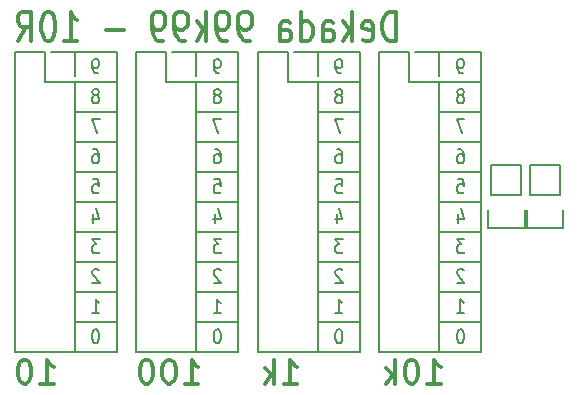
<source format=gbo>
G04 #@! TF.FileFunction,Legend,Bot*
%FSLAX46Y46*%
G04 Gerber Fmt 4.6, Leading zero omitted, Abs format (unit mm)*
G04 Created by KiCad (PCBNEW (2016-10-28 revision 192d4b8)-makepkg) date 11/16/16 20:27:21*
%MOMM*%
%LPD*%
G01*
G04 APERTURE LIST*
%ADD10C,0.150000*%
%ADD11C,0.180000*%
%ADD12C,0.350000*%
%ADD13O,2.000000X2.000000*%
%ADD14R,2.000000X2.000000*%
%ADD15R,2.032000X2.032000*%
%ADD16O,2.032000X2.032000*%
G04 APERTURE END LIST*
D10*
D11*
X38426467Y-17725532D02*
X38426467Y-18525532D01*
X38664563Y-17268389D02*
X38902658Y-18125532D01*
X38283610Y-18125532D01*
D10*
X40394944Y-14172675D02*
X36838944Y-14172675D01*
D11*
X38378848Y-14785532D02*
X38855039Y-14785532D01*
X38902658Y-15356960D01*
X38855039Y-15299817D01*
X38759801Y-15242675D01*
X38521705Y-15242675D01*
X38426467Y-15299817D01*
X38378848Y-15356960D01*
X38331229Y-15471246D01*
X38331229Y-15756960D01*
X38378848Y-15871246D01*
X38426467Y-15928389D01*
X38521705Y-15985532D01*
X38759801Y-15985532D01*
X38855039Y-15928389D01*
X38902658Y-15871246D01*
X38426467Y-12245532D02*
X38616944Y-12245532D01*
X38712182Y-12302675D01*
X38759801Y-12359817D01*
X38855039Y-12531246D01*
X38902658Y-12759817D01*
X38902658Y-13216960D01*
X38855039Y-13331246D01*
X38807420Y-13388389D01*
X38712182Y-13445532D01*
X38521705Y-13445532D01*
X38426467Y-13388389D01*
X38378848Y-13331246D01*
X38331229Y-13216960D01*
X38331229Y-12931246D01*
X38378848Y-12816960D01*
X38426467Y-12759817D01*
X38521705Y-12702675D01*
X38712182Y-12702675D01*
X38807420Y-12759817D01*
X38855039Y-12816960D01*
X38902658Y-12931246D01*
D10*
X40394944Y-16712675D02*
X36838944Y-16712675D01*
X40394944Y-11632675D02*
X36838944Y-11632675D01*
D11*
X38950277Y-9705532D02*
X38283610Y-9705532D01*
X38712182Y-10905532D01*
D10*
X40394944Y-6552675D02*
X36838944Y-6552675D01*
D11*
X38712182Y-7679817D02*
X38807420Y-7622675D01*
X38855039Y-7565532D01*
X38902658Y-7451246D01*
X38902658Y-7394103D01*
X38855039Y-7279817D01*
X38807420Y-7222675D01*
X38712182Y-7165532D01*
X38521705Y-7165532D01*
X38426467Y-7222675D01*
X38378848Y-7279817D01*
X38331229Y-7394103D01*
X38331229Y-7451246D01*
X38378848Y-7565532D01*
X38426467Y-7622675D01*
X38521705Y-7679817D01*
X38712182Y-7679817D01*
X38807420Y-7736960D01*
X38855039Y-7794103D01*
X38902658Y-7908389D01*
X38902658Y-8136960D01*
X38855039Y-8251246D01*
X38807420Y-8308389D01*
X38712182Y-8365532D01*
X38521705Y-8365532D01*
X38426467Y-8308389D01*
X38378848Y-8251246D01*
X38331229Y-8136960D01*
X38331229Y-7908389D01*
X38378848Y-7794103D01*
X38426467Y-7736960D01*
X38521705Y-7679817D01*
D10*
X40394944Y-9092675D02*
X36838944Y-9092675D01*
X40394944Y-4012675D02*
X36838944Y-4012675D01*
D11*
X38807420Y-5825532D02*
X38616944Y-5825532D01*
X38521705Y-5768389D01*
X38474086Y-5711246D01*
X38378848Y-5539817D01*
X38331229Y-5311246D01*
X38331229Y-4854103D01*
X38378848Y-4739817D01*
X38426467Y-4682675D01*
X38521705Y-4625532D01*
X38712182Y-4625532D01*
X38807420Y-4682675D01*
X38855039Y-4739817D01*
X38902658Y-4854103D01*
X38902658Y-5139817D01*
X38855039Y-5254103D01*
X38807420Y-5311246D01*
X38712182Y-5368389D01*
X38521705Y-5368389D01*
X38426467Y-5311246D01*
X38378848Y-5254103D01*
X38331229Y-5139817D01*
D10*
X40394944Y-4012675D02*
X40394944Y-29412675D01*
X40394944Y-19252675D02*
X36838944Y-19252675D01*
D11*
X38950277Y-19865532D02*
X38331229Y-19865532D01*
X38664563Y-20322675D01*
X38521705Y-20322675D01*
X38426467Y-20379817D01*
X38378848Y-20436960D01*
X38331229Y-20551246D01*
X38331229Y-20836960D01*
X38378848Y-20951246D01*
X38426467Y-21008389D01*
X38521705Y-21065532D01*
X38807420Y-21065532D01*
X38902658Y-21008389D01*
X38950277Y-20951246D01*
D10*
X40394944Y-21792675D02*
X36838944Y-21792675D01*
X40394944Y-24332675D02*
X36838944Y-24332675D01*
D11*
X38902658Y-22519817D02*
X38855039Y-22462675D01*
X38759801Y-22405532D01*
X38521705Y-22405532D01*
X38426467Y-22462675D01*
X38378848Y-22519817D01*
X38331229Y-22634103D01*
X38331229Y-22748389D01*
X38378848Y-22919817D01*
X38950277Y-23605532D01*
X38331229Y-23605532D01*
D12*
X35821234Y-32094296D02*
X36964091Y-32094296D01*
X36392663Y-32094296D02*
X36392663Y-30094296D01*
X36583139Y-30380011D01*
X36773615Y-30570487D01*
X36964091Y-30665725D01*
X34583139Y-30094296D02*
X34392663Y-30094296D01*
X34202186Y-30189535D01*
X34106948Y-30284773D01*
X34011710Y-30475249D01*
X33916472Y-30856201D01*
X33916472Y-31332392D01*
X34011710Y-31713344D01*
X34106948Y-31903820D01*
X34202186Y-31999058D01*
X34392663Y-32094296D01*
X34583139Y-32094296D01*
X34773615Y-31999058D01*
X34868853Y-31903820D01*
X34964091Y-31713344D01*
X35059329Y-31332392D01*
X35059329Y-30856201D01*
X34964091Y-30475249D01*
X34868853Y-30284773D01*
X34773615Y-30189535D01*
X34583139Y-30094296D01*
X33059329Y-32094296D02*
X33059329Y-30094296D01*
X32868853Y-31332392D02*
X32297424Y-32094296D01*
X32297424Y-30760963D02*
X33059329Y-31522868D01*
D11*
X38331229Y-26145532D02*
X38902658Y-26145532D01*
X38616944Y-26145532D02*
X38616944Y-24945532D01*
X38712182Y-25116960D01*
X38807420Y-25231246D01*
X38902658Y-25288389D01*
D10*
X40394944Y-26872675D02*
X36838944Y-26872675D01*
D11*
X38664563Y-27485532D02*
X38569324Y-27485532D01*
X38474086Y-27542675D01*
X38426467Y-27599817D01*
X38378848Y-27714103D01*
X38331229Y-27942675D01*
X38331229Y-28228389D01*
X38378848Y-28456960D01*
X38426467Y-28571246D01*
X38474086Y-28628389D01*
X38569324Y-28685532D01*
X38664563Y-28685532D01*
X38759801Y-28628389D01*
X38807420Y-28571246D01*
X38855039Y-28456960D01*
X38902658Y-28228389D01*
X38902658Y-27942675D01*
X38855039Y-27714103D01*
X38807420Y-27599817D01*
X38759801Y-27542675D01*
X38664563Y-27485532D01*
D10*
X40394944Y-29412675D02*
X36838944Y-29412675D01*
D11*
X28131467Y-17725532D02*
X28131467Y-18525532D01*
X28369563Y-17268389D02*
X28607658Y-18125532D01*
X27988610Y-18125532D01*
D10*
X30099944Y-14172675D02*
X26543944Y-14172675D01*
D11*
X28083848Y-14785532D02*
X28560039Y-14785532D01*
X28607658Y-15356960D01*
X28560039Y-15299817D01*
X28464801Y-15242675D01*
X28226705Y-15242675D01*
X28131467Y-15299817D01*
X28083848Y-15356960D01*
X28036229Y-15471246D01*
X28036229Y-15756960D01*
X28083848Y-15871246D01*
X28131467Y-15928389D01*
X28226705Y-15985532D01*
X28464801Y-15985532D01*
X28560039Y-15928389D01*
X28607658Y-15871246D01*
X28131467Y-12245532D02*
X28321944Y-12245532D01*
X28417182Y-12302675D01*
X28464801Y-12359817D01*
X28560039Y-12531246D01*
X28607658Y-12759817D01*
X28607658Y-13216960D01*
X28560039Y-13331246D01*
X28512420Y-13388389D01*
X28417182Y-13445532D01*
X28226705Y-13445532D01*
X28131467Y-13388389D01*
X28083848Y-13331246D01*
X28036229Y-13216960D01*
X28036229Y-12931246D01*
X28083848Y-12816960D01*
X28131467Y-12759817D01*
X28226705Y-12702675D01*
X28417182Y-12702675D01*
X28512420Y-12759817D01*
X28560039Y-12816960D01*
X28607658Y-12931246D01*
D10*
X30099944Y-16712675D02*
X26543944Y-16712675D01*
X30099944Y-11632675D02*
X26543944Y-11632675D01*
D11*
X28655277Y-9705532D02*
X27988610Y-9705532D01*
X28417182Y-10905532D01*
D10*
X30099944Y-6552675D02*
X26543944Y-6552675D01*
D11*
X28417182Y-7679817D02*
X28512420Y-7622675D01*
X28560039Y-7565532D01*
X28607658Y-7451246D01*
X28607658Y-7394103D01*
X28560039Y-7279817D01*
X28512420Y-7222675D01*
X28417182Y-7165532D01*
X28226705Y-7165532D01*
X28131467Y-7222675D01*
X28083848Y-7279817D01*
X28036229Y-7394103D01*
X28036229Y-7451246D01*
X28083848Y-7565532D01*
X28131467Y-7622675D01*
X28226705Y-7679817D01*
X28417182Y-7679817D01*
X28512420Y-7736960D01*
X28560039Y-7794103D01*
X28607658Y-7908389D01*
X28607658Y-8136960D01*
X28560039Y-8251246D01*
X28512420Y-8308389D01*
X28417182Y-8365532D01*
X28226705Y-8365532D01*
X28131467Y-8308389D01*
X28083848Y-8251246D01*
X28036229Y-8136960D01*
X28036229Y-7908389D01*
X28083848Y-7794103D01*
X28131467Y-7736960D01*
X28226705Y-7679817D01*
D10*
X30099944Y-9092675D02*
X26543944Y-9092675D01*
X30099944Y-4012675D02*
X26543944Y-4012675D01*
D11*
X28512420Y-5825532D02*
X28321944Y-5825532D01*
X28226705Y-5768389D01*
X28179086Y-5711246D01*
X28083848Y-5539817D01*
X28036229Y-5311246D01*
X28036229Y-4854103D01*
X28083848Y-4739817D01*
X28131467Y-4682675D01*
X28226705Y-4625532D01*
X28417182Y-4625532D01*
X28512420Y-4682675D01*
X28560039Y-4739817D01*
X28607658Y-4854103D01*
X28607658Y-5139817D01*
X28560039Y-5254103D01*
X28512420Y-5311246D01*
X28417182Y-5368389D01*
X28226705Y-5368389D01*
X28131467Y-5311246D01*
X28083848Y-5254103D01*
X28036229Y-5139817D01*
D10*
X30099944Y-4012675D02*
X30099944Y-29412675D01*
X30099944Y-19252675D02*
X26543944Y-19252675D01*
D11*
X28655277Y-19865532D02*
X28036229Y-19865532D01*
X28369563Y-20322675D01*
X28226705Y-20322675D01*
X28131467Y-20379817D01*
X28083848Y-20436960D01*
X28036229Y-20551246D01*
X28036229Y-20836960D01*
X28083848Y-20951246D01*
X28131467Y-21008389D01*
X28226705Y-21065532D01*
X28512420Y-21065532D01*
X28607658Y-21008389D01*
X28655277Y-20951246D01*
D10*
X30099944Y-21792675D02*
X26543944Y-21792675D01*
X30099944Y-24332675D02*
X26543944Y-24332675D01*
D11*
X28607658Y-22519817D02*
X28560039Y-22462675D01*
X28464801Y-22405532D01*
X28226705Y-22405532D01*
X28131467Y-22462675D01*
X28083848Y-22519817D01*
X28036229Y-22634103D01*
X28036229Y-22748389D01*
X28083848Y-22919817D01*
X28655277Y-23605532D01*
X28036229Y-23605532D01*
D12*
X23648234Y-32094296D02*
X24791091Y-32094296D01*
X24219663Y-32094296D02*
X24219663Y-30094296D01*
X24410139Y-30380011D01*
X24600615Y-30570487D01*
X24791091Y-30665725D01*
X22791091Y-32094296D02*
X22791091Y-30094296D01*
X22600615Y-31332392D02*
X22029186Y-32094296D01*
X22029186Y-30760963D02*
X22791091Y-31522868D01*
D11*
X28036229Y-26145532D02*
X28607658Y-26145532D01*
X28321944Y-26145532D02*
X28321944Y-24945532D01*
X28417182Y-25116960D01*
X28512420Y-25231246D01*
X28607658Y-25288389D01*
D10*
X30099944Y-26872675D02*
X26543944Y-26872675D01*
D11*
X28369563Y-27485532D02*
X28274324Y-27485532D01*
X28179086Y-27542675D01*
X28131467Y-27599817D01*
X28083848Y-27714103D01*
X28036229Y-27942675D01*
X28036229Y-28228389D01*
X28083848Y-28456960D01*
X28131467Y-28571246D01*
X28179086Y-28628389D01*
X28274324Y-28685532D01*
X28369563Y-28685532D01*
X28464801Y-28628389D01*
X28512420Y-28571246D01*
X28560039Y-28456960D01*
X28607658Y-28228389D01*
X28607658Y-27942675D01*
X28560039Y-27714103D01*
X28512420Y-27599817D01*
X28464801Y-27542675D01*
X28369563Y-27485532D01*
D10*
X30099944Y-29412675D02*
X26543944Y-29412675D01*
D11*
X17836467Y-17725532D02*
X17836467Y-18525532D01*
X18074563Y-17268389D02*
X18312658Y-18125532D01*
X17693610Y-18125532D01*
D10*
X19804944Y-14172675D02*
X16248944Y-14172675D01*
D11*
X17788848Y-14785532D02*
X18265039Y-14785532D01*
X18312658Y-15356960D01*
X18265039Y-15299817D01*
X18169801Y-15242675D01*
X17931705Y-15242675D01*
X17836467Y-15299817D01*
X17788848Y-15356960D01*
X17741229Y-15471246D01*
X17741229Y-15756960D01*
X17788848Y-15871246D01*
X17836467Y-15928389D01*
X17931705Y-15985532D01*
X18169801Y-15985532D01*
X18265039Y-15928389D01*
X18312658Y-15871246D01*
X17836467Y-12245532D02*
X18026944Y-12245532D01*
X18122182Y-12302675D01*
X18169801Y-12359817D01*
X18265039Y-12531246D01*
X18312658Y-12759817D01*
X18312658Y-13216960D01*
X18265039Y-13331246D01*
X18217420Y-13388389D01*
X18122182Y-13445532D01*
X17931705Y-13445532D01*
X17836467Y-13388389D01*
X17788848Y-13331246D01*
X17741229Y-13216960D01*
X17741229Y-12931246D01*
X17788848Y-12816960D01*
X17836467Y-12759817D01*
X17931705Y-12702675D01*
X18122182Y-12702675D01*
X18217420Y-12759817D01*
X18265039Y-12816960D01*
X18312658Y-12931246D01*
D10*
X19804944Y-16712675D02*
X16248944Y-16712675D01*
X19804944Y-11632675D02*
X16248944Y-11632675D01*
D11*
X18360277Y-9705532D02*
X17693610Y-9705532D01*
X18122182Y-10905532D01*
D10*
X19804944Y-6552675D02*
X16248944Y-6552675D01*
D11*
X18122182Y-7679817D02*
X18217420Y-7622675D01*
X18265039Y-7565532D01*
X18312658Y-7451246D01*
X18312658Y-7394103D01*
X18265039Y-7279817D01*
X18217420Y-7222675D01*
X18122182Y-7165532D01*
X17931705Y-7165532D01*
X17836467Y-7222675D01*
X17788848Y-7279817D01*
X17741229Y-7394103D01*
X17741229Y-7451246D01*
X17788848Y-7565532D01*
X17836467Y-7622675D01*
X17931705Y-7679817D01*
X18122182Y-7679817D01*
X18217420Y-7736960D01*
X18265039Y-7794103D01*
X18312658Y-7908389D01*
X18312658Y-8136960D01*
X18265039Y-8251246D01*
X18217420Y-8308389D01*
X18122182Y-8365532D01*
X17931705Y-8365532D01*
X17836467Y-8308389D01*
X17788848Y-8251246D01*
X17741229Y-8136960D01*
X17741229Y-7908389D01*
X17788848Y-7794103D01*
X17836467Y-7736960D01*
X17931705Y-7679817D01*
D10*
X19804944Y-9092675D02*
X16248944Y-9092675D01*
X19804944Y-4012675D02*
X16248944Y-4012675D01*
D11*
X18217420Y-5825532D02*
X18026944Y-5825532D01*
X17931705Y-5768389D01*
X17884086Y-5711246D01*
X17788848Y-5539817D01*
X17741229Y-5311246D01*
X17741229Y-4854103D01*
X17788848Y-4739817D01*
X17836467Y-4682675D01*
X17931705Y-4625532D01*
X18122182Y-4625532D01*
X18217420Y-4682675D01*
X18265039Y-4739817D01*
X18312658Y-4854103D01*
X18312658Y-5139817D01*
X18265039Y-5254103D01*
X18217420Y-5311246D01*
X18122182Y-5368389D01*
X17931705Y-5368389D01*
X17836467Y-5311246D01*
X17788848Y-5254103D01*
X17741229Y-5139817D01*
D10*
X19804944Y-4012675D02*
X19804944Y-29412675D01*
X19804944Y-19252675D02*
X16248944Y-19252675D01*
D11*
X18360277Y-19865532D02*
X17741229Y-19865532D01*
X18074563Y-20322675D01*
X17931705Y-20322675D01*
X17836467Y-20379817D01*
X17788848Y-20436960D01*
X17741229Y-20551246D01*
X17741229Y-20836960D01*
X17788848Y-20951246D01*
X17836467Y-21008389D01*
X17931705Y-21065532D01*
X18217420Y-21065532D01*
X18312658Y-21008389D01*
X18360277Y-20951246D01*
D10*
X19804944Y-21792675D02*
X16248944Y-21792675D01*
X19804944Y-24332675D02*
X16248944Y-24332675D01*
D11*
X18312658Y-22519817D02*
X18265039Y-22462675D01*
X18169801Y-22405532D01*
X17931705Y-22405532D01*
X17836467Y-22462675D01*
X17788848Y-22519817D01*
X17741229Y-22634103D01*
X17741229Y-22748389D01*
X17788848Y-22919817D01*
X18360277Y-23605532D01*
X17741229Y-23605532D01*
D12*
X15281234Y-32094296D02*
X16424091Y-32094296D01*
X15852663Y-32094296D02*
X15852663Y-30094296D01*
X16043139Y-30380011D01*
X16233615Y-30570487D01*
X16424091Y-30665725D01*
X14043139Y-30094296D02*
X13852663Y-30094296D01*
X13662186Y-30189535D01*
X13566948Y-30284773D01*
X13471710Y-30475249D01*
X13376472Y-30856201D01*
X13376472Y-31332392D01*
X13471710Y-31713344D01*
X13566948Y-31903820D01*
X13662186Y-31999058D01*
X13852663Y-32094296D01*
X14043139Y-32094296D01*
X14233615Y-31999058D01*
X14328853Y-31903820D01*
X14424091Y-31713344D01*
X14519329Y-31332392D01*
X14519329Y-30856201D01*
X14424091Y-30475249D01*
X14328853Y-30284773D01*
X14233615Y-30189535D01*
X14043139Y-30094296D01*
X12138377Y-30094296D02*
X11947901Y-30094296D01*
X11757424Y-30189535D01*
X11662186Y-30284773D01*
X11566948Y-30475249D01*
X11471710Y-30856201D01*
X11471710Y-31332392D01*
X11566948Y-31713344D01*
X11662186Y-31903820D01*
X11757424Y-31999058D01*
X11947901Y-32094296D01*
X12138377Y-32094296D01*
X12328853Y-31999058D01*
X12424091Y-31903820D01*
X12519329Y-31713344D01*
X12614567Y-31332392D01*
X12614567Y-30856201D01*
X12519329Y-30475249D01*
X12424091Y-30284773D01*
X12328853Y-30189535D01*
X12138377Y-30094296D01*
D11*
X17741229Y-26145532D02*
X18312658Y-26145532D01*
X18026944Y-26145532D02*
X18026944Y-24945532D01*
X18122182Y-25116960D01*
X18217420Y-25231246D01*
X18312658Y-25288389D01*
D10*
X19804944Y-26872675D02*
X16248944Y-26872675D01*
D11*
X18074563Y-27485532D02*
X17979324Y-27485532D01*
X17884086Y-27542675D01*
X17836467Y-27599817D01*
X17788848Y-27714103D01*
X17741229Y-27942675D01*
X17741229Y-28228389D01*
X17788848Y-28456960D01*
X17836467Y-28571246D01*
X17884086Y-28628389D01*
X17979324Y-28685532D01*
X18074563Y-28685532D01*
X18169801Y-28628389D01*
X18217420Y-28571246D01*
X18265039Y-28456960D01*
X18312658Y-28228389D01*
X18312658Y-27942675D01*
X18265039Y-27714103D01*
X18217420Y-27599817D01*
X18169801Y-27542675D01*
X18074563Y-27485532D01*
D10*
X19804944Y-29412675D02*
X16248944Y-29412675D01*
D11*
X7779563Y-27485532D02*
X7684324Y-27485532D01*
X7589086Y-27542675D01*
X7541467Y-27599817D01*
X7493848Y-27714103D01*
X7446229Y-27942675D01*
X7446229Y-28228389D01*
X7493848Y-28456960D01*
X7541467Y-28571246D01*
X7589086Y-28628389D01*
X7684324Y-28685532D01*
X7779563Y-28685532D01*
X7874801Y-28628389D01*
X7922420Y-28571246D01*
X7970039Y-28456960D01*
X8017658Y-28228389D01*
X8017658Y-27942675D01*
X7970039Y-27714103D01*
X7922420Y-27599817D01*
X7874801Y-27542675D01*
X7779563Y-27485532D01*
X7446229Y-26145532D02*
X8017658Y-26145532D01*
X7731944Y-26145532D02*
X7731944Y-24945532D01*
X7827182Y-25116960D01*
X7922420Y-25231246D01*
X8017658Y-25288389D01*
X8017658Y-22519817D02*
X7970039Y-22462675D01*
X7874801Y-22405532D01*
X7636705Y-22405532D01*
X7541467Y-22462675D01*
X7493848Y-22519817D01*
X7446229Y-22634103D01*
X7446229Y-22748389D01*
X7493848Y-22919817D01*
X8065277Y-23605532D01*
X7446229Y-23605532D01*
X8065277Y-19865532D02*
X7446229Y-19865532D01*
X7779563Y-20322675D01*
X7636705Y-20322675D01*
X7541467Y-20379817D01*
X7493848Y-20436960D01*
X7446229Y-20551246D01*
X7446229Y-20836960D01*
X7493848Y-20951246D01*
X7541467Y-21008389D01*
X7636705Y-21065532D01*
X7922420Y-21065532D01*
X8017658Y-21008389D01*
X8065277Y-20951246D01*
X7541467Y-17725532D02*
X7541467Y-18525532D01*
X7779563Y-17268389D02*
X8017658Y-18125532D01*
X7398610Y-18125532D01*
X7493848Y-14785532D02*
X7970039Y-14785532D01*
X8017658Y-15356960D01*
X7970039Y-15299817D01*
X7874801Y-15242675D01*
X7636705Y-15242675D01*
X7541467Y-15299817D01*
X7493848Y-15356960D01*
X7446229Y-15471246D01*
X7446229Y-15756960D01*
X7493848Y-15871246D01*
X7541467Y-15928389D01*
X7636705Y-15985532D01*
X7874801Y-15985532D01*
X7970039Y-15928389D01*
X8017658Y-15871246D01*
X7541467Y-12245532D02*
X7731944Y-12245532D01*
X7827182Y-12302675D01*
X7874801Y-12359817D01*
X7970039Y-12531246D01*
X8017658Y-12759817D01*
X8017658Y-13216960D01*
X7970039Y-13331246D01*
X7922420Y-13388389D01*
X7827182Y-13445532D01*
X7636705Y-13445532D01*
X7541467Y-13388389D01*
X7493848Y-13331246D01*
X7446229Y-13216960D01*
X7446229Y-12931246D01*
X7493848Y-12816960D01*
X7541467Y-12759817D01*
X7636705Y-12702675D01*
X7827182Y-12702675D01*
X7922420Y-12759817D01*
X7970039Y-12816960D01*
X8017658Y-12931246D01*
X8065277Y-9705532D02*
X7398610Y-9705532D01*
X7827182Y-10905532D01*
X7827182Y-7679817D02*
X7922420Y-7622675D01*
X7970039Y-7565532D01*
X8017658Y-7451246D01*
X8017658Y-7394103D01*
X7970039Y-7279817D01*
X7922420Y-7222675D01*
X7827182Y-7165532D01*
X7636705Y-7165532D01*
X7541467Y-7222675D01*
X7493848Y-7279817D01*
X7446229Y-7394103D01*
X7446229Y-7451246D01*
X7493848Y-7565532D01*
X7541467Y-7622675D01*
X7636705Y-7679817D01*
X7827182Y-7679817D01*
X7922420Y-7736960D01*
X7970039Y-7794103D01*
X8017658Y-7908389D01*
X8017658Y-8136960D01*
X7970039Y-8251246D01*
X7922420Y-8308389D01*
X7827182Y-8365532D01*
X7636705Y-8365532D01*
X7541467Y-8308389D01*
X7493848Y-8251246D01*
X7446229Y-8136960D01*
X7446229Y-7908389D01*
X7493848Y-7794103D01*
X7541467Y-7736960D01*
X7636705Y-7679817D01*
D10*
X9509944Y-4012675D02*
X9509944Y-29412675D01*
X9509944Y-29412675D02*
X5953944Y-29412675D01*
X9509944Y-26872675D02*
X5953944Y-26872675D01*
X9509944Y-24332675D02*
X5953944Y-24332675D01*
X9509944Y-21792675D02*
X5953944Y-21792675D01*
X9509944Y-19252675D02*
X5953944Y-19252675D01*
X9509944Y-16712675D02*
X5953944Y-16712675D01*
X9509944Y-14172675D02*
X5953944Y-14172675D01*
X9509944Y-11632675D02*
X5953944Y-11632675D01*
X9509944Y-9092675D02*
X5953944Y-9092675D01*
X9509944Y-6552675D02*
X5953944Y-6552675D01*
X9509944Y-4012675D02*
X5953944Y-4012675D01*
D12*
X33145996Y-3102487D02*
X33145996Y-602487D01*
X32669805Y-602487D01*
X32384091Y-721535D01*
X32193615Y-959630D01*
X32098377Y-1197725D01*
X32003139Y-1673915D01*
X32003139Y-2031058D01*
X32098377Y-2507249D01*
X32193615Y-2745344D01*
X32384091Y-2983439D01*
X32669805Y-3102487D01*
X33145996Y-3102487D01*
X30384091Y-2983439D02*
X30574567Y-3102487D01*
X30955520Y-3102487D01*
X31145996Y-2983439D01*
X31241234Y-2745344D01*
X31241234Y-1792963D01*
X31145996Y-1554868D01*
X30955520Y-1435820D01*
X30574567Y-1435820D01*
X30384091Y-1554868D01*
X30288853Y-1792963D01*
X30288853Y-2031058D01*
X31241234Y-2269154D01*
X29431710Y-3102487D02*
X29431710Y-602487D01*
X29241234Y-2150106D02*
X28669805Y-3102487D01*
X28669805Y-1435820D02*
X29431710Y-2388201D01*
X26955520Y-3102487D02*
X26955520Y-1792963D01*
X27050758Y-1554868D01*
X27241234Y-1435820D01*
X27622186Y-1435820D01*
X27812663Y-1554868D01*
X26955520Y-2983439D02*
X27145996Y-3102487D01*
X27622186Y-3102487D01*
X27812663Y-2983439D01*
X27907901Y-2745344D01*
X27907901Y-2507249D01*
X27812663Y-2269154D01*
X27622186Y-2150106D01*
X27145996Y-2150106D01*
X26955520Y-2031058D01*
X25145996Y-3102487D02*
X25145996Y-602487D01*
X25145996Y-2983439D02*
X25336472Y-3102487D01*
X25717424Y-3102487D01*
X25907901Y-2983439D01*
X26003139Y-2864392D01*
X26098377Y-2626296D01*
X26098377Y-1912011D01*
X26003139Y-1673915D01*
X25907901Y-1554868D01*
X25717424Y-1435820D01*
X25336472Y-1435820D01*
X25145996Y-1554868D01*
X23336472Y-3102487D02*
X23336472Y-1792963D01*
X23431710Y-1554868D01*
X23622186Y-1435820D01*
X24003139Y-1435820D01*
X24193615Y-1554868D01*
X23336472Y-2983439D02*
X23526948Y-3102487D01*
X24003139Y-3102487D01*
X24193615Y-2983439D01*
X24288853Y-2745344D01*
X24288853Y-2507249D01*
X24193615Y-2269154D01*
X24003139Y-2150106D01*
X23526948Y-2150106D01*
X23336472Y-2031058D01*
X20765044Y-3102487D02*
X20384091Y-3102487D01*
X20193615Y-2983439D01*
X20098377Y-2864392D01*
X19907901Y-2507249D01*
X19812663Y-2031058D01*
X19812663Y-1078677D01*
X19907901Y-840582D01*
X20003139Y-721535D01*
X20193615Y-602487D01*
X20574567Y-602487D01*
X20765044Y-721535D01*
X20860282Y-840582D01*
X20955520Y-1078677D01*
X20955520Y-1673915D01*
X20860282Y-1912011D01*
X20765044Y-2031058D01*
X20574567Y-2150106D01*
X20193615Y-2150106D01*
X20003139Y-2031058D01*
X19907901Y-1912011D01*
X19812663Y-1673915D01*
X18860282Y-3102487D02*
X18479329Y-3102487D01*
X18288853Y-2983439D01*
X18193615Y-2864392D01*
X18003139Y-2507249D01*
X17907901Y-2031058D01*
X17907901Y-1078677D01*
X18003139Y-840582D01*
X18098377Y-721535D01*
X18288853Y-602487D01*
X18669805Y-602487D01*
X18860282Y-721535D01*
X18955520Y-840582D01*
X19050758Y-1078677D01*
X19050758Y-1673915D01*
X18955520Y-1912011D01*
X18860282Y-2031058D01*
X18669805Y-2150106D01*
X18288853Y-2150106D01*
X18098377Y-2031058D01*
X18003139Y-1912011D01*
X17907901Y-1673915D01*
X17050758Y-3102487D02*
X17050758Y-602487D01*
X16860282Y-2150106D02*
X16288853Y-3102487D01*
X16288853Y-1435820D02*
X17050758Y-2388201D01*
X15336472Y-3102487D02*
X14955520Y-3102487D01*
X14765044Y-2983439D01*
X14669805Y-2864392D01*
X14479329Y-2507249D01*
X14384091Y-2031058D01*
X14384091Y-1078677D01*
X14479329Y-840582D01*
X14574567Y-721535D01*
X14765044Y-602487D01*
X15145996Y-602487D01*
X15336472Y-721535D01*
X15431710Y-840582D01*
X15526948Y-1078677D01*
X15526948Y-1673915D01*
X15431710Y-1912011D01*
X15336472Y-2031058D01*
X15145996Y-2150106D01*
X14765044Y-2150106D01*
X14574567Y-2031058D01*
X14479329Y-1912011D01*
X14384091Y-1673915D01*
X13431710Y-3102487D02*
X13050758Y-3102487D01*
X12860282Y-2983439D01*
X12765044Y-2864392D01*
X12574567Y-2507249D01*
X12479329Y-2031058D01*
X12479329Y-1078677D01*
X12574567Y-840582D01*
X12669805Y-721535D01*
X12860282Y-602487D01*
X13241234Y-602487D01*
X13431710Y-721535D01*
X13526948Y-840582D01*
X13622186Y-1078677D01*
X13622186Y-1673915D01*
X13526948Y-1912011D01*
X13431710Y-2031058D01*
X13241234Y-2150106D01*
X12860282Y-2150106D01*
X12669805Y-2031058D01*
X12574567Y-1912011D01*
X12479329Y-1673915D01*
X10098377Y-2150106D02*
X8574567Y-2150106D01*
X5050758Y-3102487D02*
X6193615Y-3102487D01*
X5622186Y-3102487D02*
X5622186Y-602487D01*
X5812663Y-959630D01*
X6003139Y-1197725D01*
X6193615Y-1316773D01*
X3812663Y-602487D02*
X3622186Y-602487D01*
X3431710Y-721535D01*
X3336472Y-840582D01*
X3241234Y-1078677D01*
X3145996Y-1554868D01*
X3145996Y-2150106D01*
X3241234Y-2626296D01*
X3336472Y-2864392D01*
X3431710Y-2983439D01*
X3622186Y-3102487D01*
X3812663Y-3102487D01*
X4003139Y-2983439D01*
X4098377Y-2864392D01*
X4193615Y-2626296D01*
X4288853Y-2150106D01*
X4288853Y-1554868D01*
X4193615Y-1078677D01*
X4098377Y-840582D01*
X4003139Y-721535D01*
X3812663Y-602487D01*
X1145996Y-3102487D02*
X1812663Y-1912011D01*
X2288853Y-3102487D02*
X2288853Y-602487D01*
X1526948Y-602487D01*
X1336472Y-721535D01*
X1241234Y-840582D01*
X1145996Y-1078677D01*
X1145996Y-1435820D01*
X1241234Y-1673915D01*
X1336472Y-1792963D01*
X1526948Y-1912011D01*
X2288853Y-1912011D01*
D11*
X7922420Y-5825532D02*
X7731944Y-5825532D01*
X7636705Y-5768389D01*
X7589086Y-5711246D01*
X7493848Y-5539817D01*
X7446229Y-5311246D01*
X7446229Y-4854103D01*
X7493848Y-4739817D01*
X7541467Y-4682675D01*
X7636705Y-4625532D01*
X7827182Y-4625532D01*
X7922420Y-4682675D01*
X7970039Y-4739817D01*
X8017658Y-4854103D01*
X8017658Y-5139817D01*
X7970039Y-5254103D01*
X7922420Y-5311246D01*
X7827182Y-5368389D01*
X7636705Y-5368389D01*
X7541467Y-5311246D01*
X7493848Y-5254103D01*
X7446229Y-5139817D01*
D12*
X3058234Y-32094296D02*
X4201091Y-32094296D01*
X3629663Y-32094296D02*
X3629663Y-30094296D01*
X3820139Y-30380011D01*
X4010615Y-30570487D01*
X4201091Y-30665725D01*
X1820139Y-30094296D02*
X1629663Y-30094296D01*
X1439186Y-30189535D01*
X1343948Y-30284773D01*
X1248710Y-30475249D01*
X1153472Y-30856201D01*
X1153472Y-31332392D01*
X1248710Y-31713344D01*
X1343948Y-31903820D01*
X1439186Y-31999058D01*
X1629663Y-32094296D01*
X1820139Y-32094296D01*
X2010615Y-31999058D01*
X2105853Y-31903820D01*
X2201091Y-31713344D01*
X2296329Y-31332392D01*
X2296329Y-30856201D01*
X2201091Y-30475249D01*
X2105853Y-30284773D01*
X2010615Y-30189535D01*
X1820139Y-30094296D01*
D10*
X31758944Y-29412675D02*
X31758944Y-4012675D01*
X36838944Y-6552675D02*
X36838944Y-29412675D01*
X31758944Y-29412675D02*
X36838944Y-29412675D01*
X31758944Y-4012675D02*
X34298944Y-4012675D01*
X34298944Y-4012675D02*
X34298944Y-6552675D01*
X34298944Y-6552675D02*
X36838944Y-6552675D01*
X34806944Y-4012675D02*
X36838944Y-4012675D01*
X36838944Y-4012675D02*
X36838944Y-6044675D01*
X26543944Y-4012675D02*
X26543944Y-6044675D01*
X24511944Y-4012675D02*
X26543944Y-4012675D01*
X24003944Y-6552675D02*
X26543944Y-6552675D01*
X24003944Y-4012675D02*
X24003944Y-6552675D01*
X21463944Y-4012675D02*
X24003944Y-4012675D01*
X21463944Y-29412675D02*
X26543944Y-29412675D01*
X26543944Y-6552675D02*
X26543944Y-29412675D01*
X21463944Y-29412675D02*
X21463944Y-4012675D01*
X16248944Y-4012675D02*
X16248944Y-6044675D01*
X14216944Y-4012675D02*
X16248944Y-4012675D01*
X13708944Y-6552675D02*
X16248944Y-6552675D01*
X13708944Y-4012675D02*
X13708944Y-6552675D01*
X11168944Y-4012675D02*
X13708944Y-4012675D01*
X11168944Y-29412675D02*
X16248944Y-29412675D01*
X16248944Y-6552675D02*
X16248944Y-29412675D01*
X11168944Y-29412675D02*
X11168944Y-4012675D01*
X5953944Y-4012675D02*
X5953944Y-6044675D01*
X3921944Y-4012675D02*
X5953944Y-4012675D01*
X3413944Y-6552675D02*
X5953944Y-6552675D01*
X3413944Y-4012675D02*
X3413944Y-6552675D01*
X873944Y-4012675D02*
X3413944Y-4012675D01*
X873944Y-29412675D02*
X5953944Y-29412675D01*
X5953944Y-6552675D02*
X5953944Y-29412675D01*
X873944Y-29412675D02*
X873944Y-4012675D01*
X41230000Y-13579998D02*
X43770000Y-13579998D01*
X41230000Y-16119998D02*
X41230000Y-13579998D01*
X40950000Y-18939998D02*
X44050000Y-18939998D01*
X40950000Y-17389998D02*
X40950000Y-18939998D01*
X43770000Y-16119998D02*
X41230000Y-16119998D01*
X44050000Y-18939998D02*
X44050000Y-17389998D01*
X43770000Y-16119998D02*
X43770000Y-13579998D01*
X47050000Y-16130000D02*
X47050000Y-13590000D01*
X47330000Y-18950000D02*
X47330000Y-17400000D01*
X47050000Y-16130000D02*
X44510000Y-16130000D01*
X44230000Y-17400000D02*
X44230000Y-18950000D01*
X44230000Y-18950000D02*
X47330000Y-18950000D01*
X44510000Y-16130000D02*
X44510000Y-13590000D01*
X44510000Y-13590000D02*
X47050000Y-13590000D01*
%LPC*%
D13*
X33028944Y-28142675D03*
X35568944Y-28142675D03*
X33028944Y-25602675D03*
X35568944Y-25602675D03*
X33028944Y-23062675D03*
X35568944Y-23062675D03*
X33028944Y-20522675D03*
X35568944Y-20522675D03*
X33028944Y-17982675D03*
X35568944Y-17982675D03*
X33028944Y-15442675D03*
X35568944Y-15442675D03*
X33028944Y-12902675D03*
X35568944Y-12902675D03*
X33028944Y-10362675D03*
X35568944Y-10362675D03*
X33028944Y-7822675D03*
X35568944Y-7822675D03*
X33028944Y-5282675D03*
D14*
X35568944Y-5282675D03*
X25273944Y-5282675D03*
D13*
X22733944Y-5282675D03*
X25273944Y-7822675D03*
X22733944Y-7822675D03*
X25273944Y-10362675D03*
X22733944Y-10362675D03*
X25273944Y-12902675D03*
X22733944Y-12902675D03*
X25273944Y-15442675D03*
X22733944Y-15442675D03*
X25273944Y-17982675D03*
X22733944Y-17982675D03*
X25273944Y-20522675D03*
X22733944Y-20522675D03*
X25273944Y-23062675D03*
X22733944Y-23062675D03*
X25273944Y-25602675D03*
X22733944Y-25602675D03*
X25273944Y-28142675D03*
X22733944Y-28142675D03*
D14*
X14978944Y-5282675D03*
D13*
X12438944Y-5282675D03*
X14978944Y-7822675D03*
X12438944Y-7822675D03*
X14978944Y-10362675D03*
X12438944Y-10362675D03*
X14978944Y-12902675D03*
X12438944Y-12902675D03*
X14978944Y-15442675D03*
X12438944Y-15442675D03*
X14978944Y-17982675D03*
X12438944Y-17982675D03*
X14978944Y-20522675D03*
X12438944Y-20522675D03*
X14978944Y-23062675D03*
X12438944Y-23062675D03*
X14978944Y-25602675D03*
X12438944Y-25602675D03*
X14978944Y-28142675D03*
X12438944Y-28142675D03*
D14*
X4683944Y-5282675D03*
D13*
X2143944Y-5282675D03*
X4683944Y-7822675D03*
X2143944Y-7822675D03*
X4683944Y-10362675D03*
X2143944Y-10362675D03*
X4683944Y-12902675D03*
X2143944Y-12902675D03*
X4683944Y-15442675D03*
X2143944Y-15442675D03*
X4683944Y-17982675D03*
X2143944Y-17982675D03*
X4683944Y-20522675D03*
X2143944Y-20522675D03*
X4683944Y-23062675D03*
X2143944Y-23062675D03*
X4683944Y-25602675D03*
X2143944Y-25602675D03*
X4683944Y-28142675D03*
X2143944Y-28142675D03*
D15*
X42500000Y-17389998D03*
D16*
X42500000Y-14849998D03*
X45780000Y-14860000D03*
D15*
X45780000Y-17400000D03*
X48690000Y-17400000D03*
D16*
X48690000Y-14860000D03*
M02*

</source>
